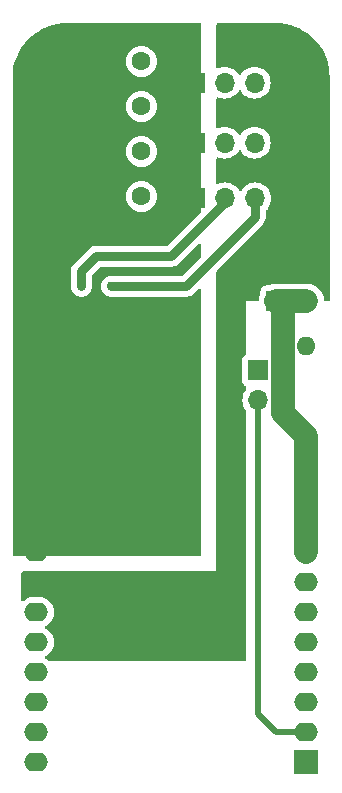
<source format=gbr>
%TF.GenerationSoftware,KiCad,Pcbnew,8.0.5*%
%TF.CreationDate,2024-12-15T10:39:54+01:00*%
%TF.ProjectId,esp8266-expansion-board,65737038-3236-4362-9d65-7870616e7369,rev?*%
%TF.SameCoordinates,Original*%
%TF.FileFunction,Copper,L2,Bot*%
%TF.FilePolarity,Positive*%
%FSLAX46Y46*%
G04 Gerber Fmt 4.6, Leading zero omitted, Abs format (unit mm)*
G04 Created by KiCad (PCBNEW 8.0.5) date 2024-12-15 10:39:54*
%MOMM*%
%LPD*%
G01*
G04 APERTURE LIST*
%TA.AperFunction,ComponentPad*%
%ADD10R,1.700000X1.700000*%
%TD*%
%TA.AperFunction,ComponentPad*%
%ADD11O,1.700000X1.700000*%
%TD*%
%TA.AperFunction,ComponentPad*%
%ADD12C,1.600000*%
%TD*%
%TA.AperFunction,ComponentPad*%
%ADD13O,1.600000X1.600000*%
%TD*%
%TA.AperFunction,ComponentPad*%
%ADD14R,2.000000X2.000000*%
%TD*%
%TA.AperFunction,ComponentPad*%
%ADD15O,2.000000X1.600000*%
%TD*%
%TA.AperFunction,ViaPad*%
%ADD16C,0.750000*%
%TD*%
%TA.AperFunction,Conductor*%
%ADD17C,2.000000*%
%TD*%
%TA.AperFunction,Conductor*%
%ADD18C,0.500000*%
%TD*%
%TA.AperFunction,Conductor*%
%ADD19C,0.750000*%
%TD*%
G04 APERTURE END LIST*
D10*
%TO.P,J1,1,Pin_1*%
%TO.N,/+3v3*%
X81280000Y-49530000D03*
D11*
%TO.P,J1,2,Pin_2*%
X83820000Y-49530000D03*
%TD*%
D10*
%TO.P,J9,1,Pin_1*%
%TO.N,+5V*%
X74365279Y-31007484D03*
D11*
%TO.P,J9,2,Pin_2*%
%TO.N,/GPIO12*%
X76905279Y-31007484D03*
%TO.P,J9,3,Pin_3*%
%TO.N,/GPIO14*%
X79445279Y-31007484D03*
%TO.P,J9,4,Pin_4*%
%TO.N,GND*%
X81985279Y-31007484D03*
%TD*%
D12*
%TO.P,R5,1*%
%TO.N,/GPIO5*%
X69850000Y-40640000D03*
D13*
%TO.P,R5,2*%
%TO.N,+5V*%
X62230000Y-40640000D03*
%TD*%
D12*
%TO.P,R4,1*%
%TO.N,/GPIO4*%
X69850000Y-36830000D03*
D13*
%TO.P,R4,2*%
%TO.N,+5V*%
X62230000Y-36830000D03*
%TD*%
D10*
%TO.P,J8,1,Pin_1*%
%TO.N,+5V*%
X74365279Y-36087484D03*
D11*
%TO.P,J8,2,Pin_2*%
%TO.N,/GPIO4*%
X76905279Y-36087484D03*
%TO.P,J8,3,Pin_3*%
%TO.N,/GPIO5*%
X79445279Y-36087484D03*
%TO.P,J8,4,Pin_4*%
%TO.N,GND*%
X81985279Y-36087484D03*
%TD*%
D12*
%TO.P,R14,1*%
%TO.N,/GPIO14*%
X69850000Y-33020000D03*
D13*
%TO.P,R14,2*%
%TO.N,+5V*%
X62230000Y-33020000D03*
%TD*%
D12*
%TO.P,R12,1*%
%TO.N,/GPIO12*%
X69850000Y-29210000D03*
D13*
%TO.P,R12,2*%
%TO.N,+5V*%
X62230000Y-29210000D03*
%TD*%
D10*
%TO.P,J7,1,Pin_1*%
%TO.N,Net-(J7-Pin_1)*%
X79751775Y-55367942D03*
D11*
%TO.P,J7,2,Pin_2*%
%TO.N,/ADC0*%
X79751775Y-57907942D03*
%TD*%
D10*
%TO.P,J10,1,Pin_1*%
%TO.N,+5V*%
X74416951Y-40807414D03*
D11*
%TO.P,J10,2,Pin_2*%
%TO.N,/GPIO2*%
X76956951Y-40807414D03*
%TO.P,J10,3,Pin_3*%
%TO.N,/GPIO0*%
X79496951Y-40807414D03*
%TO.P,J10,4,Pin_4*%
%TO.N,GND*%
X82036951Y-40807414D03*
%TD*%
D14*
%TO.P,U2,1,~{RST}*%
%TO.N,unconnected-(U2-~{RST}-Pad1)*%
X83820000Y-88553187D03*
D15*
%TO.P,U2,2,A0*%
%TO.N,/ADC0*%
X83820000Y-86013187D03*
%TO.P,U2,3,D0*%
%TO.N,unconnected-(U2-D0-Pad3)*%
X83820000Y-83473187D03*
%TO.P,U2,4,SCK/D5*%
%TO.N,/GPIO14*%
X83820000Y-80933187D03*
%TO.P,U2,5,MISO/D6*%
%TO.N,/GPIO12*%
X83820000Y-78393187D03*
%TO.P,U2,6,MOSI/D7*%
%TO.N,/GPIO13*%
X83820000Y-75853187D03*
%TO.P,U2,7,CS/D8*%
%TO.N,/GPIO15*%
X83820000Y-73313187D03*
%TO.P,U2,8,3V3*%
%TO.N,/+3v3*%
X83820000Y-70773187D03*
%TO.P,U2,9,5V*%
%TO.N,+5V*%
X60960000Y-70773187D03*
%TO.P,U2,10,GND*%
%TO.N,GND*%
X60960000Y-73313187D03*
%TO.P,U2,11,D4*%
%TO.N,/GPIO2*%
X60960000Y-75853187D03*
%TO.P,U2,12,D3*%
%TO.N,/GPIO0*%
X60960000Y-78393187D03*
%TO.P,U2,13,SDA/D2*%
%TO.N,/GPIO4*%
X60960000Y-80933187D03*
%TO.P,U2,14,SCL/D1*%
%TO.N,/GPIO5*%
X60960000Y-83473187D03*
%TO.P,U2,15,RX*%
%TO.N,unconnected-(U2-RX-Pad15)*%
X60960000Y-86013187D03*
%TO.P,U2,16,TX*%
%TO.N,unconnected-(U2-TX-Pad16)*%
X60960000Y-88553187D03*
%TD*%
D12*
%TO.P,RA1,1*%
%TO.N,/+3v3*%
X83820000Y-60960000D03*
D13*
%TO.P,RA1,2*%
%TO.N,Net-(J7-Pin_1)*%
X83820000Y-53340000D03*
%TD*%
D16*
%TO.N,/GPIO2*%
X64770000Y-48260000D03*
%TO.N,/GPIO0*%
X67310000Y-48260000D03*
%TD*%
D17*
%TO.N,/+3v3*%
X81801775Y-50051775D02*
X81801775Y-58941775D01*
X81280000Y-49530000D02*
X81801775Y-50051775D01*
X81280000Y-49530000D02*
X83820000Y-49530000D01*
X81801775Y-58941775D02*
X83820000Y-60960000D01*
X83820000Y-70773187D02*
X83820000Y-60960000D01*
D18*
%TO.N,/ADC0*%
X81280000Y-86013187D02*
X83820000Y-86013187D01*
X79751775Y-57907942D02*
X79751775Y-84484962D01*
X79751775Y-84484962D02*
X81280000Y-86013187D01*
D19*
%TO.N,/GPIO2*%
X72390000Y-45720000D02*
X66040000Y-45720000D01*
X76956951Y-41153049D02*
X72390000Y-45720000D01*
X64770000Y-46990000D02*
X64770000Y-48260000D01*
X66040000Y-45720000D02*
X64770000Y-46990000D01*
X76956951Y-40807414D02*
X76956951Y-41153049D01*
%TO.N,/GPIO0*%
X79496951Y-40807414D02*
X79496951Y-42423049D01*
X79496951Y-42423049D02*
X73660000Y-48260000D01*
X73660000Y-48260000D02*
X67310000Y-48260000D01*
%TD*%
%TA.AperFunction,Conductor*%
%TO.N,GND*%
G36*
X81305459Y-25979937D02*
G01*
X81691660Y-25998835D01*
X81702486Y-25999843D01*
X82083264Y-26052238D01*
X82093943Y-26054188D01*
X82468669Y-26139795D01*
X82479134Y-26142676D01*
X82844880Y-26260824D01*
X82855069Y-26264617D01*
X83209029Y-26414395D01*
X83218859Y-26419073D01*
X83558308Y-26599329D01*
X83567693Y-26604854D01*
X83890019Y-26814199D01*
X83898882Y-26820526D01*
X84201590Y-27057339D01*
X84209865Y-27064420D01*
X84490630Y-27326882D01*
X84498251Y-27334661D01*
X84754900Y-27620740D01*
X84761810Y-27629158D01*
X84992377Y-27936664D01*
X84998521Y-27945656D01*
X85201214Y-28272200D01*
X85206545Y-28281696D01*
X85379801Y-28624757D01*
X85384279Y-28634684D01*
X85526769Y-28991630D01*
X85530359Y-29001912D01*
X85640984Y-29369995D01*
X85643657Y-29380552D01*
X85721556Y-29756903D01*
X85723293Y-29767653D01*
X85767872Y-30149399D01*
X85768659Y-30160262D01*
X85779601Y-30545532D01*
X85779651Y-30548848D01*
X85779658Y-30553112D01*
X85779643Y-30555239D01*
X85778703Y-30615779D01*
X85778960Y-30617992D01*
X85779783Y-30632056D01*
X85809532Y-49405804D01*
X85789954Y-49472874D01*
X85737222Y-49518713D01*
X85685532Y-49530000D01*
X85444419Y-49530000D01*
X85377380Y-49510315D01*
X85331625Y-49457511D01*
X85320801Y-49415729D01*
X85320499Y-49411900D01*
X85283553Y-49178631D01*
X85210566Y-48954003D01*
X85103342Y-48743566D01*
X85088097Y-48722583D01*
X84964517Y-48552490D01*
X84797510Y-48385483D01*
X84606433Y-48246657D01*
X84585914Y-48236202D01*
X84395996Y-48139433D01*
X84171368Y-48066446D01*
X83938097Y-48029500D01*
X83938092Y-48029500D01*
X81398092Y-48029500D01*
X81161908Y-48029500D01*
X81161903Y-48029500D01*
X80928630Y-48066447D01*
X80928627Y-48066447D01*
X80704009Y-48139431D01*
X80704008Y-48139431D01*
X80651893Y-48165985D01*
X80595600Y-48179500D01*
X80382130Y-48179500D01*
X80382123Y-48179501D01*
X80322516Y-48185908D01*
X80187671Y-48236202D01*
X80187664Y-48236206D01*
X80072455Y-48322452D01*
X80072452Y-48322455D01*
X79986206Y-48437664D01*
X79986202Y-48437671D01*
X79935908Y-48572517D01*
X79929501Y-48632116D01*
X79929500Y-48632135D01*
X79929500Y-48845599D01*
X79915985Y-48901893D01*
X79889430Y-48954009D01*
X79889430Y-48954011D01*
X79816447Y-49178627D01*
X79816447Y-49178630D01*
X79779500Y-49411900D01*
X79779199Y-49415729D01*
X79754315Y-49481018D01*
X79698084Y-49522488D01*
X79655581Y-49530000D01*
X78740000Y-49530000D01*
X78740000Y-53958005D01*
X78720315Y-54025044D01*
X78667511Y-54070799D01*
X78659480Y-54074125D01*
X78659440Y-54074147D01*
X78544230Y-54160394D01*
X78544227Y-54160397D01*
X78457981Y-54275606D01*
X78457977Y-54275613D01*
X78407683Y-54410459D01*
X78401276Y-54470058D01*
X78401275Y-54470077D01*
X78401275Y-56265812D01*
X78401276Y-56265818D01*
X78407683Y-56325425D01*
X78457977Y-56460270D01*
X78457981Y-56460277D01*
X78544227Y-56575486D01*
X78544229Y-56575488D01*
X78659444Y-56661738D01*
X78659446Y-56661738D01*
X78667227Y-56665988D01*
X78666599Y-56667137D01*
X78715262Y-56703560D01*
X78739683Y-56769023D01*
X78740000Y-56777878D01*
X78740000Y-56959564D01*
X78720315Y-57026603D01*
X78716305Y-57032050D01*
X78716385Y-57032106D01*
X78577740Y-57230111D01*
X78577739Y-57230113D01*
X78477873Y-57444277D01*
X78477869Y-57444286D01*
X78416713Y-57672528D01*
X78416711Y-57672538D01*
X78396116Y-57907941D01*
X78396116Y-57907942D01*
X78416711Y-58143345D01*
X78416713Y-58143355D01*
X78477869Y-58371597D01*
X78477871Y-58371601D01*
X78477872Y-58371605D01*
X78577740Y-58585772D01*
X78577742Y-58585776D01*
X78716385Y-58783778D01*
X78714653Y-58784990D01*
X78739001Y-58840614D01*
X78740000Y-58856319D01*
X78740000Y-79886000D01*
X78720315Y-79953039D01*
X78667511Y-79998794D01*
X78616000Y-80010000D01*
X62127360Y-80010000D01*
X62060321Y-79990315D01*
X62039679Y-79973681D01*
X62007213Y-79941215D01*
X61841614Y-79820902D01*
X61835006Y-79817535D01*
X61748917Y-79773670D01*
X61698123Y-79725698D01*
X61681328Y-79657877D01*
X61703865Y-79591742D01*
X61748917Y-79552703D01*
X61841610Y-79505474D01*
X61862770Y-79490100D01*
X62007213Y-79385158D01*
X62007215Y-79385155D01*
X62007219Y-79385153D01*
X62151966Y-79240406D01*
X62151968Y-79240402D01*
X62151971Y-79240400D01*
X62204732Y-79167777D01*
X62272287Y-79074797D01*
X62365220Y-78892406D01*
X62428477Y-78697721D01*
X62460500Y-78495539D01*
X62460500Y-78290835D01*
X62428477Y-78088653D01*
X62365220Y-77893968D01*
X62365218Y-77893965D01*
X62365218Y-77893963D01*
X62331503Y-77827794D01*
X62272287Y-77711577D01*
X62264556Y-77700936D01*
X62151971Y-77545973D01*
X62007213Y-77401215D01*
X61841614Y-77280902D01*
X61835006Y-77277535D01*
X61748917Y-77233670D01*
X61698123Y-77185698D01*
X61681328Y-77117877D01*
X61703865Y-77051742D01*
X61748917Y-77012703D01*
X61841610Y-76965474D01*
X61862770Y-76950100D01*
X62007213Y-76845158D01*
X62007215Y-76845155D01*
X62007219Y-76845153D01*
X62151966Y-76700406D01*
X62151968Y-76700402D01*
X62151971Y-76700400D01*
X62204732Y-76627777D01*
X62272287Y-76534797D01*
X62365220Y-76352406D01*
X62428477Y-76157721D01*
X62460500Y-75955539D01*
X62460500Y-75750835D01*
X62428477Y-75548653D01*
X62365220Y-75353968D01*
X62365218Y-75353965D01*
X62365218Y-75353963D01*
X62331503Y-75287794D01*
X62272287Y-75171577D01*
X62264556Y-75160936D01*
X62151971Y-75005973D01*
X62007213Y-74861215D01*
X61841613Y-74740902D01*
X61841612Y-74740901D01*
X61841610Y-74740900D01*
X61784653Y-74711878D01*
X61659223Y-74647968D01*
X61464534Y-74584709D01*
X61289995Y-74557065D01*
X61262352Y-74552687D01*
X60657648Y-74552687D01*
X60633329Y-74556538D01*
X60455465Y-74584709D01*
X60260776Y-74647968D01*
X60078386Y-74740902D01*
X59912786Y-74861215D01*
X59912782Y-74861219D01*
X59901681Y-74872321D01*
X59840358Y-74905806D01*
X59770666Y-74900822D01*
X59714733Y-74858950D01*
X59690316Y-74793486D01*
X59690000Y-74784640D01*
X59690000Y-72514000D01*
X59709685Y-72446961D01*
X59762489Y-72401206D01*
X59814000Y-72390000D01*
X76200000Y-72390000D01*
X76200000Y-47009506D01*
X76219685Y-46942467D01*
X76236319Y-46921825D01*
X80176993Y-42981151D01*
X80176996Y-42981148D01*
X80272809Y-42837754D01*
X80338806Y-42678423D01*
X80372451Y-42509278D01*
X80372451Y-42336820D01*
X80372451Y-41893172D01*
X80392136Y-41826133D01*
X80408770Y-41805491D01*
X80449364Y-41764897D01*
X80535446Y-41678815D01*
X80670986Y-41485244D01*
X80770854Y-41271077D01*
X80832014Y-41042822D01*
X80852610Y-40807414D01*
X80832014Y-40572006D01*
X80770854Y-40343751D01*
X80670986Y-40129585D01*
X80665376Y-40121572D01*
X80535445Y-39936011D01*
X80368353Y-39768920D01*
X80368346Y-39768915D01*
X80174785Y-39633381D01*
X80174781Y-39633379D01*
X80174779Y-39633378D01*
X79960614Y-39533511D01*
X79960610Y-39533510D01*
X79960606Y-39533508D01*
X79732364Y-39472352D01*
X79732354Y-39472350D01*
X79496952Y-39451755D01*
X79496950Y-39451755D01*
X79261547Y-39472350D01*
X79261537Y-39472352D01*
X79033295Y-39533508D01*
X79033286Y-39533512D01*
X78819122Y-39633378D01*
X78819120Y-39633379D01*
X78625548Y-39768919D01*
X78458456Y-39936011D01*
X78328526Y-40121572D01*
X78273949Y-40165197D01*
X78204451Y-40172391D01*
X78142096Y-40140868D01*
X78125376Y-40121572D01*
X77995445Y-39936011D01*
X77828353Y-39768920D01*
X77828346Y-39768915D01*
X77634785Y-39633381D01*
X77634781Y-39633379D01*
X77634779Y-39633378D01*
X77420614Y-39533511D01*
X77420610Y-39533510D01*
X77420606Y-39533508D01*
X77192364Y-39472352D01*
X77192354Y-39472350D01*
X76956952Y-39451755D01*
X76956950Y-39451755D01*
X76721547Y-39472350D01*
X76721537Y-39472352D01*
X76493295Y-39533508D01*
X76493286Y-39533512D01*
X76376405Y-39588015D01*
X76307328Y-39598507D01*
X76243544Y-39569987D01*
X76205304Y-39511511D01*
X76200000Y-39475633D01*
X76200000Y-37443360D01*
X76219685Y-37376321D01*
X76272489Y-37330566D01*
X76341647Y-37320622D01*
X76376401Y-37330977D01*
X76441616Y-37361387D01*
X76669871Y-37422547D01*
X76846313Y-37437984D01*
X76905278Y-37443143D01*
X76905279Y-37443143D01*
X76905280Y-37443143D01*
X76964245Y-37437984D01*
X77140687Y-37422547D01*
X77368942Y-37361387D01*
X77583109Y-37261519D01*
X77776680Y-37125979D01*
X77943774Y-36958885D01*
X78073704Y-36773326D01*
X78128281Y-36729701D01*
X78197779Y-36722507D01*
X78260134Y-36754030D01*
X78276854Y-36773326D01*
X78406779Y-36958879D01*
X78406784Y-36958885D01*
X78573878Y-37125979D01*
X78650764Y-37179815D01*
X78767444Y-37261516D01*
X78767446Y-37261517D01*
X78767449Y-37261519D01*
X78981616Y-37361387D01*
X79209871Y-37422547D01*
X79386313Y-37437984D01*
X79445278Y-37443143D01*
X79445279Y-37443143D01*
X79445280Y-37443143D01*
X79504245Y-37437984D01*
X79680687Y-37422547D01*
X79908942Y-37361387D01*
X80123109Y-37261519D01*
X80316680Y-37125979D01*
X80483774Y-36958885D01*
X80619314Y-36765314D01*
X80719182Y-36551147D01*
X80780342Y-36322892D01*
X80800938Y-36087484D01*
X80780342Y-35852076D01*
X80719182Y-35623821D01*
X80619314Y-35409655D01*
X80613704Y-35401642D01*
X80483773Y-35216081D01*
X80316681Y-35048990D01*
X80316674Y-35048985D01*
X80123113Y-34913451D01*
X80123109Y-34913449D01*
X80123107Y-34913448D01*
X79908942Y-34813581D01*
X79908938Y-34813580D01*
X79908934Y-34813578D01*
X79680692Y-34752422D01*
X79680682Y-34752420D01*
X79445280Y-34731825D01*
X79445278Y-34731825D01*
X79209875Y-34752420D01*
X79209865Y-34752422D01*
X78981623Y-34813578D01*
X78981614Y-34813582D01*
X78767450Y-34913448D01*
X78767448Y-34913449D01*
X78573876Y-35048989D01*
X78406784Y-35216081D01*
X78276854Y-35401642D01*
X78222277Y-35445267D01*
X78152779Y-35452461D01*
X78090424Y-35420938D01*
X78073704Y-35401642D01*
X77943773Y-35216081D01*
X77776681Y-35048990D01*
X77776674Y-35048985D01*
X77583113Y-34913451D01*
X77583109Y-34913449D01*
X77583107Y-34913448D01*
X77368942Y-34813581D01*
X77368938Y-34813580D01*
X77368934Y-34813578D01*
X77140692Y-34752422D01*
X77140682Y-34752420D01*
X76905280Y-34731825D01*
X76905278Y-34731825D01*
X76669875Y-34752420D01*
X76669865Y-34752422D01*
X76441623Y-34813578D01*
X76441618Y-34813580D01*
X76376404Y-34843990D01*
X76307326Y-34854481D01*
X76243543Y-34825961D01*
X76205304Y-34767484D01*
X76200000Y-34731607D01*
X76200000Y-32363360D01*
X76219685Y-32296321D01*
X76272489Y-32250566D01*
X76341647Y-32240622D01*
X76376401Y-32250977D01*
X76441616Y-32281387D01*
X76669871Y-32342547D01*
X76846313Y-32357984D01*
X76905278Y-32363143D01*
X76905279Y-32363143D01*
X76905280Y-32363143D01*
X76964245Y-32357984D01*
X77140687Y-32342547D01*
X77368942Y-32281387D01*
X77583109Y-32181519D01*
X77776680Y-32045979D01*
X77943774Y-31878885D01*
X78073704Y-31693326D01*
X78128281Y-31649701D01*
X78197779Y-31642507D01*
X78260134Y-31674030D01*
X78276854Y-31693326D01*
X78406779Y-31878879D01*
X78406784Y-31878885D01*
X78573878Y-32045979D01*
X78650764Y-32099815D01*
X78767444Y-32181516D01*
X78767446Y-32181517D01*
X78767449Y-32181519D01*
X78981616Y-32281387D01*
X79209871Y-32342547D01*
X79386313Y-32357984D01*
X79445278Y-32363143D01*
X79445279Y-32363143D01*
X79445280Y-32363143D01*
X79504245Y-32357984D01*
X79680687Y-32342547D01*
X79908942Y-32281387D01*
X80123109Y-32181519D01*
X80316680Y-32045979D01*
X80483774Y-31878885D01*
X80619314Y-31685314D01*
X80719182Y-31471147D01*
X80780342Y-31242892D01*
X80800938Y-31007484D01*
X80780342Y-30772076D01*
X80723327Y-30559289D01*
X80719184Y-30543828D01*
X80719183Y-30543827D01*
X80719182Y-30543821D01*
X80619314Y-30329655D01*
X80613704Y-30321642D01*
X80483773Y-30136081D01*
X80316681Y-29968990D01*
X80316674Y-29968985D01*
X80123113Y-29833451D01*
X80123109Y-29833449D01*
X80123107Y-29833448D01*
X79908942Y-29733581D01*
X79908938Y-29733580D01*
X79908934Y-29733578D01*
X79680692Y-29672422D01*
X79680682Y-29672420D01*
X79445280Y-29651825D01*
X79445278Y-29651825D01*
X79209875Y-29672420D01*
X79209865Y-29672422D01*
X78981623Y-29733578D01*
X78981614Y-29733582D01*
X78767450Y-29833448D01*
X78767448Y-29833449D01*
X78573876Y-29968989D01*
X78406784Y-30136081D01*
X78276854Y-30321642D01*
X78222277Y-30365267D01*
X78152779Y-30372461D01*
X78090424Y-30340938D01*
X78073704Y-30321642D01*
X77943773Y-30136081D01*
X77776681Y-29968990D01*
X77776674Y-29968985D01*
X77583113Y-29833451D01*
X77583109Y-29833449D01*
X77583107Y-29833448D01*
X77368942Y-29733581D01*
X77368938Y-29733580D01*
X77368934Y-29733578D01*
X77140692Y-29672422D01*
X77140682Y-29672420D01*
X76905280Y-29651825D01*
X76905278Y-29651825D01*
X76669875Y-29672420D01*
X76669865Y-29672422D01*
X76441623Y-29733578D01*
X76441618Y-29733580D01*
X76376404Y-29763990D01*
X76307326Y-29774481D01*
X76243543Y-29745961D01*
X76205304Y-29687484D01*
X76200000Y-29651607D01*
X76200000Y-26103790D01*
X76219685Y-26036751D01*
X76272489Y-25990996D01*
X76324000Y-25979790D01*
X81299400Y-25979790D01*
X81305459Y-25979937D01*
G37*
%TD.AperFunction*%
%TD*%
%TA.AperFunction,Conductor*%
%TO.N,+5V*%
G36*
X74873039Y-25999475D02*
G01*
X74918794Y-26052279D01*
X74930000Y-26103790D01*
X74930000Y-41890494D01*
X74910315Y-41957533D01*
X74893681Y-41978175D01*
X72063675Y-44808181D01*
X72002352Y-44841666D01*
X71975994Y-44844500D01*
X65953768Y-44844500D01*
X65784633Y-44878143D01*
X65784621Y-44878146D01*
X65625301Y-44944138D01*
X65625288Y-44944145D01*
X65481901Y-45039954D01*
X65481897Y-45039957D01*
X64211901Y-46309955D01*
X64150927Y-46370929D01*
X64089953Y-46431902D01*
X63994145Y-46575288D01*
X63994138Y-46575301D01*
X63928146Y-46734621D01*
X63928143Y-46734633D01*
X63894500Y-46903766D01*
X63894500Y-48207620D01*
X63893821Y-48220580D01*
X63889678Y-48259999D01*
X63893821Y-48299418D01*
X63894500Y-48312379D01*
X63894500Y-48346229D01*
X63902383Y-48385863D01*
X63904085Y-48397087D01*
X63908914Y-48443027D01*
X63919135Y-48474485D01*
X63922820Y-48488607D01*
X63928143Y-48515368D01*
X63928144Y-48515370D01*
X63928145Y-48515374D01*
X63946116Y-48558760D01*
X63949484Y-48567890D01*
X63965786Y-48618060D01*
X63965787Y-48618061D01*
X63979035Y-48641008D01*
X63986206Y-48655548D01*
X63994142Y-48674705D01*
X63994143Y-48674708D01*
X64023878Y-48719209D01*
X64028163Y-48726099D01*
X64057803Y-48777438D01*
X64057808Y-48777445D01*
X64071140Y-48792251D01*
X64082091Y-48806330D01*
X64089956Y-48818100D01*
X64089958Y-48818103D01*
X64132426Y-48860570D01*
X64136897Y-48865281D01*
X64180947Y-48914205D01*
X64191752Y-48922055D01*
X64206547Y-48934691D01*
X64211901Y-48940045D01*
X64267310Y-48977067D01*
X64271285Y-48979839D01*
X64329836Y-49022379D01*
X64329839Y-49022381D01*
X64336013Y-49025130D01*
X64354465Y-49035303D01*
X64355295Y-49035858D01*
X64355297Y-49035859D01*
X64355299Y-49035860D01*
X64398473Y-49053743D01*
X64422903Y-49063862D01*
X64425809Y-49065109D01*
X64497966Y-49097236D01*
X64498130Y-49097270D01*
X64508657Y-49100543D01*
X64508796Y-49100086D01*
X64514615Y-49101850D01*
X64514626Y-49101855D01*
X64546701Y-49108234D01*
X64592832Y-49117411D01*
X64594363Y-49117725D01*
X64677981Y-49135500D01*
X64677982Y-49135500D01*
X64862017Y-49135500D01*
X64862019Y-49135500D01*
X64945656Y-49117721D01*
X64947164Y-49117411D01*
X65025374Y-49101855D01*
X65025379Y-49101853D01*
X65031203Y-49100087D01*
X65031342Y-49100547D01*
X65041875Y-49097269D01*
X65042034Y-49097236D01*
X65114137Y-49065133D01*
X65117085Y-49063866D01*
X65184705Y-49035858D01*
X65185514Y-49035317D01*
X65203981Y-49025131D01*
X65210161Y-49022381D01*
X65268741Y-48979818D01*
X65272683Y-48977071D01*
X65328099Y-48940045D01*
X65333448Y-48934694D01*
X65348246Y-48922055D01*
X65359050Y-48914207D01*
X65403122Y-48865257D01*
X65407554Y-48860588D01*
X65450045Y-48818099D01*
X65457911Y-48806325D01*
X65468852Y-48792257D01*
X65482195Y-48777440D01*
X65511859Y-48726058D01*
X65516106Y-48719229D01*
X65545858Y-48674705D01*
X65553793Y-48655548D01*
X65560958Y-48641016D01*
X65574214Y-48618059D01*
X65590516Y-48567885D01*
X65593879Y-48558771D01*
X65597328Y-48550443D01*
X65611855Y-48515374D01*
X65617180Y-48488599D01*
X65620863Y-48474485D01*
X65631085Y-48443029D01*
X65635913Y-48397080D01*
X65637617Y-48385855D01*
X65645500Y-48346232D01*
X65645500Y-48312379D01*
X65646179Y-48299418D01*
X65646262Y-48298624D01*
X65650322Y-48260000D01*
X65646179Y-48220580D01*
X65645500Y-48207620D01*
X65645500Y-47404006D01*
X65665185Y-47336967D01*
X65681819Y-47316325D01*
X66366325Y-46631819D01*
X66427648Y-46598334D01*
X66454006Y-46595500D01*
X72476231Y-46595500D01*
X72476232Y-46595499D01*
X72645374Y-46561855D01*
X72804705Y-46495858D01*
X72948099Y-46400045D01*
X74718319Y-44629825D01*
X74779642Y-44596340D01*
X74849334Y-44601324D01*
X74905267Y-44643196D01*
X74929684Y-44708660D01*
X74930000Y-44717506D01*
X74930000Y-45700494D01*
X74910315Y-45767533D01*
X74893681Y-45788175D01*
X73333675Y-47348181D01*
X73272352Y-47381666D01*
X73245994Y-47384500D01*
X67402019Y-47384500D01*
X67217981Y-47384500D01*
X67134394Y-47402267D01*
X67132806Y-47402593D01*
X67054624Y-47418144D01*
X67048801Y-47419911D01*
X67048665Y-47419462D01*
X67038157Y-47422723D01*
X67038017Y-47422753D01*
X67037965Y-47422764D01*
X66965867Y-47454863D01*
X66962889Y-47456142D01*
X66895298Y-47484140D01*
X66895289Y-47484145D01*
X66894462Y-47484698D01*
X66876029Y-47494862D01*
X66869848Y-47497614D01*
X66869840Y-47497618D01*
X66811271Y-47540169D01*
X66807282Y-47542948D01*
X66751908Y-47579949D01*
X66751892Y-47579962D01*
X66746538Y-47585316D01*
X66731755Y-47597941D01*
X66720954Y-47605788D01*
X66676896Y-47654719D01*
X66672429Y-47659425D01*
X66629961Y-47701893D01*
X66629953Y-47701903D01*
X66622088Y-47713673D01*
X66611144Y-47727744D01*
X66597805Y-47742558D01*
X66568168Y-47793892D01*
X66563885Y-47800779D01*
X66534142Y-47845293D01*
X66526208Y-47864447D01*
X66519038Y-47878985D01*
X66505787Y-47901936D01*
X66489489Y-47952095D01*
X66486121Y-47961225D01*
X66468145Y-48004624D01*
X66462819Y-48031397D01*
X66459134Y-48045516D01*
X66448915Y-48076969D01*
X66448914Y-48076972D01*
X66444085Y-48122912D01*
X66442383Y-48134135D01*
X66434500Y-48173770D01*
X66434500Y-48207620D01*
X66433821Y-48220580D01*
X66429678Y-48259999D01*
X66433821Y-48299418D01*
X66434500Y-48312379D01*
X66434500Y-48346229D01*
X66442383Y-48385863D01*
X66444085Y-48397087D01*
X66448914Y-48443027D01*
X66459135Y-48474485D01*
X66462820Y-48488607D01*
X66468143Y-48515368D01*
X66468144Y-48515370D01*
X66468145Y-48515374D01*
X66486116Y-48558760D01*
X66489484Y-48567890D01*
X66505786Y-48618060D01*
X66505787Y-48618061D01*
X66519035Y-48641008D01*
X66526206Y-48655548D01*
X66534142Y-48674705D01*
X66534143Y-48674708D01*
X66563878Y-48719209D01*
X66568163Y-48726099D01*
X66597803Y-48777438D01*
X66597808Y-48777445D01*
X66611140Y-48792251D01*
X66622091Y-48806330D01*
X66629956Y-48818100D01*
X66629958Y-48818103D01*
X66672426Y-48860570D01*
X66676897Y-48865281D01*
X66720947Y-48914205D01*
X66731752Y-48922055D01*
X66746547Y-48934691D01*
X66751901Y-48940045D01*
X66807310Y-48977067D01*
X66811285Y-48979839D01*
X66869836Y-49022379D01*
X66869839Y-49022381D01*
X66876013Y-49025130D01*
X66894465Y-49035303D01*
X66895295Y-49035858D01*
X66895297Y-49035859D01*
X66895299Y-49035860D01*
X66938473Y-49053743D01*
X66962903Y-49063862D01*
X66965809Y-49065109D01*
X67037966Y-49097236D01*
X67038130Y-49097270D01*
X67048657Y-49100543D01*
X67048796Y-49100086D01*
X67054615Y-49101850D01*
X67054626Y-49101855D01*
X67086701Y-49108234D01*
X67132832Y-49117411D01*
X67134363Y-49117725D01*
X67217981Y-49135500D01*
X67217982Y-49135500D01*
X73746231Y-49135500D01*
X73746232Y-49135499D01*
X73915374Y-49101855D01*
X74074705Y-49035858D01*
X74218099Y-48940045D01*
X74718319Y-48439825D01*
X74779642Y-48406340D01*
X74849333Y-48411324D01*
X74905267Y-48453195D01*
X74929684Y-48518660D01*
X74930000Y-48527506D01*
X74930000Y-70996000D01*
X74910315Y-71063039D01*
X74857511Y-71108794D01*
X74806000Y-71120000D01*
X59069317Y-71120000D01*
X59002278Y-71100315D01*
X58956523Y-71047511D01*
X58945317Y-70996000D01*
X58945317Y-40639998D01*
X68544532Y-40639998D01*
X68544532Y-40640001D01*
X68564364Y-40866686D01*
X68564366Y-40866697D01*
X68623258Y-41086488D01*
X68623261Y-41086497D01*
X68719431Y-41292732D01*
X68719432Y-41292734D01*
X68849954Y-41479141D01*
X69010858Y-41640045D01*
X69010861Y-41640047D01*
X69197266Y-41770568D01*
X69403504Y-41866739D01*
X69623308Y-41925635D01*
X69785230Y-41939801D01*
X69849998Y-41945468D01*
X69850000Y-41945468D01*
X69850002Y-41945468D01*
X69906673Y-41940509D01*
X70076692Y-41925635D01*
X70296496Y-41866739D01*
X70502734Y-41770568D01*
X70689139Y-41640047D01*
X70850047Y-41479139D01*
X70980568Y-41292734D01*
X71076739Y-41086496D01*
X71135635Y-40866692D01*
X71155468Y-40640000D01*
X71135635Y-40413308D01*
X71076739Y-40193504D01*
X70980568Y-39987266D01*
X70850047Y-39800861D01*
X70850045Y-39800858D01*
X70689141Y-39639954D01*
X70502734Y-39509432D01*
X70502732Y-39509431D01*
X70296497Y-39413261D01*
X70296488Y-39413258D01*
X70076697Y-39354366D01*
X70076693Y-39354365D01*
X70076692Y-39354365D01*
X70076691Y-39354364D01*
X70076686Y-39354364D01*
X69850002Y-39334532D01*
X69849998Y-39334532D01*
X69623313Y-39354364D01*
X69623302Y-39354366D01*
X69403511Y-39413258D01*
X69403502Y-39413261D01*
X69197267Y-39509431D01*
X69197265Y-39509432D01*
X69010858Y-39639954D01*
X68849954Y-39800858D01*
X68719432Y-39987265D01*
X68719431Y-39987267D01*
X68623261Y-40193502D01*
X68623258Y-40193511D01*
X68564366Y-40413302D01*
X68564364Y-40413313D01*
X68544532Y-40639998D01*
X58945317Y-40639998D01*
X58945317Y-36829998D01*
X68544532Y-36829998D01*
X68544532Y-36830001D01*
X68564364Y-37056686D01*
X68564366Y-37056697D01*
X68623258Y-37276488D01*
X68623261Y-37276497D01*
X68719431Y-37482732D01*
X68719432Y-37482734D01*
X68849954Y-37669141D01*
X69010858Y-37830045D01*
X69010861Y-37830047D01*
X69197266Y-37960568D01*
X69403504Y-38056739D01*
X69623308Y-38115635D01*
X69785230Y-38129801D01*
X69849998Y-38135468D01*
X69850000Y-38135468D01*
X69850002Y-38135468D01*
X69906673Y-38130509D01*
X70076692Y-38115635D01*
X70296496Y-38056739D01*
X70502734Y-37960568D01*
X70689139Y-37830047D01*
X70850047Y-37669139D01*
X70980568Y-37482734D01*
X71076739Y-37276496D01*
X71135635Y-37056692D01*
X71155468Y-36830000D01*
X71135635Y-36603308D01*
X71076739Y-36383504D01*
X70980568Y-36177266D01*
X70850047Y-35990861D01*
X70850045Y-35990858D01*
X70689141Y-35829954D01*
X70502734Y-35699432D01*
X70502732Y-35699431D01*
X70296497Y-35603261D01*
X70296488Y-35603258D01*
X70076697Y-35544366D01*
X70076693Y-35544365D01*
X70076692Y-35544365D01*
X70076691Y-35544364D01*
X70076686Y-35544364D01*
X69850002Y-35524532D01*
X69849998Y-35524532D01*
X69623313Y-35544364D01*
X69623302Y-35544366D01*
X69403511Y-35603258D01*
X69403502Y-35603261D01*
X69197267Y-35699431D01*
X69197265Y-35699432D01*
X69010858Y-35829954D01*
X68849954Y-35990858D01*
X68719432Y-36177265D01*
X68719431Y-36177267D01*
X68623261Y-36383502D01*
X68623258Y-36383511D01*
X68564366Y-36603302D01*
X68564364Y-36603313D01*
X68544532Y-36829998D01*
X58945317Y-36829998D01*
X58945317Y-33019998D01*
X68544532Y-33019998D01*
X68544532Y-33020001D01*
X68564364Y-33246686D01*
X68564366Y-33246697D01*
X68623258Y-33466488D01*
X68623261Y-33466497D01*
X68719431Y-33672732D01*
X68719432Y-33672734D01*
X68849954Y-33859141D01*
X69010858Y-34020045D01*
X69010861Y-34020047D01*
X69197266Y-34150568D01*
X69403504Y-34246739D01*
X69623308Y-34305635D01*
X69785230Y-34319801D01*
X69849998Y-34325468D01*
X69850000Y-34325468D01*
X69850002Y-34325468D01*
X69906673Y-34320509D01*
X70076692Y-34305635D01*
X70296496Y-34246739D01*
X70502734Y-34150568D01*
X70689139Y-34020047D01*
X70850047Y-33859139D01*
X70980568Y-33672734D01*
X71076739Y-33466496D01*
X71135635Y-33246692D01*
X71155468Y-33020000D01*
X71135635Y-32793308D01*
X71076739Y-32573504D01*
X70980568Y-32367266D01*
X70850047Y-32180861D01*
X70850045Y-32180858D01*
X70689141Y-32019954D01*
X70502734Y-31889432D01*
X70502732Y-31889431D01*
X70296497Y-31793261D01*
X70296488Y-31793258D01*
X70076697Y-31734366D01*
X70076693Y-31734365D01*
X70076692Y-31734365D01*
X70076691Y-31734364D01*
X70076686Y-31734364D01*
X69850002Y-31714532D01*
X69849998Y-31714532D01*
X69623313Y-31734364D01*
X69623302Y-31734366D01*
X69403511Y-31793258D01*
X69403502Y-31793261D01*
X69197267Y-31889431D01*
X69197265Y-31889432D01*
X69010858Y-32019954D01*
X68849954Y-32180858D01*
X68719432Y-32367265D01*
X68719431Y-32367267D01*
X68623261Y-32573502D01*
X68623258Y-32573511D01*
X68564366Y-32793302D01*
X68564364Y-32793313D01*
X68544532Y-33019998D01*
X58945317Y-33019998D01*
X58945317Y-30561995D01*
X58945435Y-30556586D01*
X58948194Y-30493398D01*
X58962508Y-30165546D01*
X58963447Y-30154816D01*
X59014185Y-29769431D01*
X59016058Y-29758804D01*
X59100194Y-29379299D01*
X59102985Y-29368884D01*
X59153082Y-29209998D01*
X68544532Y-29209998D01*
X68544532Y-29210001D01*
X68564364Y-29436686D01*
X68564366Y-29436697D01*
X68623258Y-29656488D01*
X68623261Y-29656497D01*
X68719431Y-29862732D01*
X68719432Y-29862734D01*
X68849954Y-30049141D01*
X69010858Y-30210045D01*
X69010861Y-30210047D01*
X69197266Y-30340568D01*
X69403504Y-30436739D01*
X69623308Y-30495635D01*
X69785230Y-30509801D01*
X69849998Y-30515468D01*
X69850000Y-30515468D01*
X69850002Y-30515468D01*
X69906673Y-30510509D01*
X70076692Y-30495635D01*
X70296496Y-30436739D01*
X70502734Y-30340568D01*
X70689139Y-30210047D01*
X70850047Y-30049139D01*
X70980568Y-29862734D01*
X71076739Y-29656496D01*
X71135635Y-29436692D01*
X71155468Y-29210000D01*
X71135635Y-28983308D01*
X71076739Y-28763504D01*
X70980568Y-28557266D01*
X70850047Y-28370861D01*
X70850045Y-28370858D01*
X70689141Y-28209954D01*
X70502734Y-28079432D01*
X70502732Y-28079431D01*
X70296497Y-27983261D01*
X70296488Y-27983258D01*
X70076697Y-27924366D01*
X70076693Y-27924365D01*
X70076692Y-27924365D01*
X70076691Y-27924364D01*
X70076686Y-27924364D01*
X69850002Y-27904532D01*
X69849998Y-27904532D01*
X69623313Y-27924364D01*
X69623302Y-27924366D01*
X69403511Y-27983258D01*
X69403502Y-27983261D01*
X69197267Y-28079431D01*
X69197265Y-28079432D01*
X69010858Y-28209954D01*
X68849954Y-28370858D01*
X68719432Y-28557265D01*
X68719431Y-28557267D01*
X68623261Y-28763502D01*
X68623258Y-28763511D01*
X68564366Y-28983302D01*
X68564364Y-28983313D01*
X68544532Y-29209998D01*
X59153082Y-29209998D01*
X59219876Y-28998153D01*
X59223560Y-28988032D01*
X59372315Y-28628909D01*
X59376884Y-28619112D01*
X59409079Y-28557267D01*
X59556365Y-28274334D01*
X59561759Y-28264993D01*
X59770606Y-27937171D01*
X59776793Y-27928332D01*
X60013444Y-27619924D01*
X60020369Y-27611673D01*
X60282977Y-27325088D01*
X60290592Y-27317472D01*
X60577191Y-27054854D01*
X60585474Y-27047905D01*
X60893838Y-26811290D01*
X60902677Y-26805100D01*
X61230520Y-26596243D01*
X61239865Y-26590848D01*
X61584650Y-26411365D01*
X61594428Y-26406806D01*
X61953555Y-26258052D01*
X61963676Y-26254368D01*
X62334407Y-26137478D01*
X62344821Y-26134687D01*
X62724335Y-26050553D01*
X62734946Y-26048682D01*
X63120338Y-25997946D01*
X63131072Y-25997006D01*
X63403989Y-25985091D01*
X63522740Y-25979908D01*
X63528147Y-25979790D01*
X74806002Y-25979790D01*
X74873039Y-25999475D01*
G37*
%TD.AperFunction*%
%TD*%
M02*

</source>
